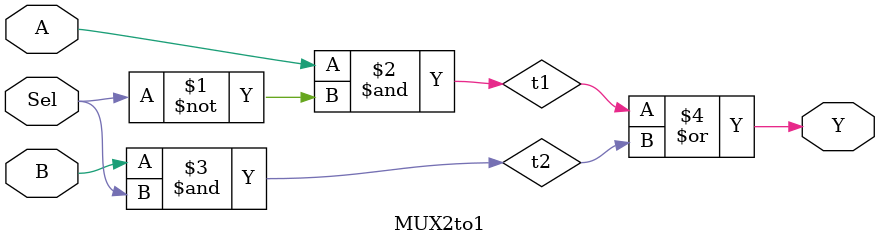
<source format=v>
module MUX2to1_nbit(Y, I0, I1, Sel);
	parameter n = 10;
	input [(n - 1):0] I0, I1;
	input Sel;
	output[(n - 1):0] Y;

	MUX2to1 MUX[(n- 1):0](.Y(Y), .A(I0), .B(I1), .Sel(Sel));

endmodule

/********Mux2to1 1 bit***********/
module MUX2to1(Y, A, B, Sel);
	input A, B, Sel;
	output Y;
	
	wire t1, t2;
	
	and(t1, A, ~Sel),
	   (t2, B, Sel);
	or(Y, t1, t2);
	
endmodule
	
	



</source>
